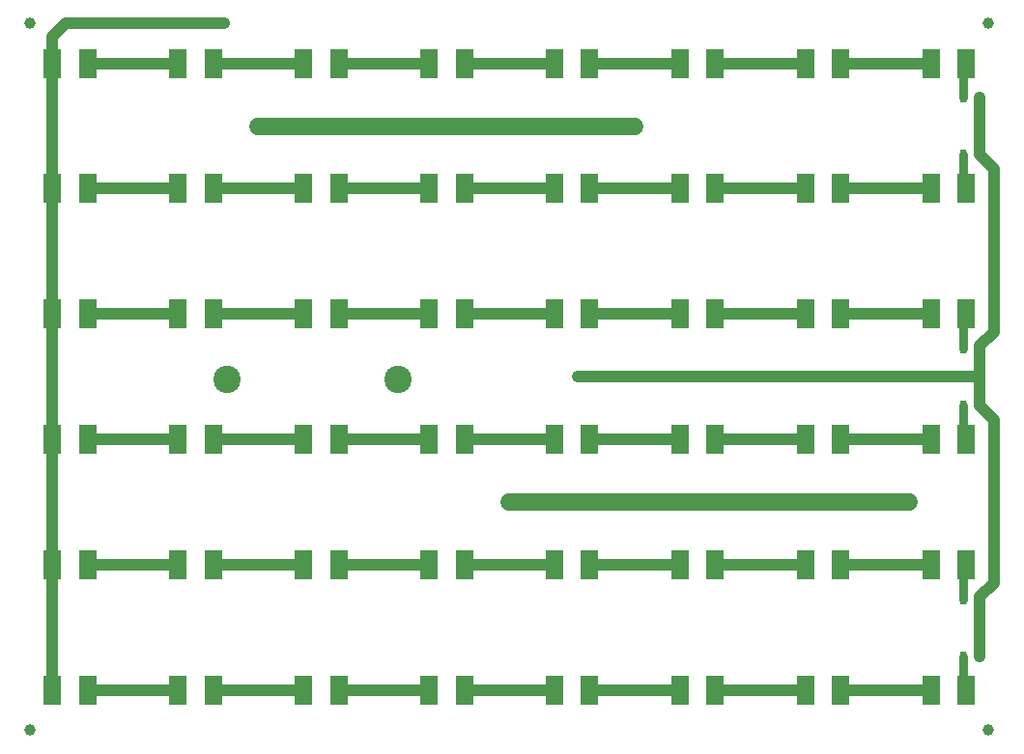
<source format=gbl>
G04 #@! TF.FileFunction,Copper,L2,Bot,Signal*
%FSLAX46Y46*%
G04 Gerber Fmt 4.6, Leading zero omitted, Abs format (unit mm)*
G04 Created by KiCad (PCBNEW 4.0.1-stable) date 11.9.2016. 21:40:19*
%MOMM*%
G01*
G04 APERTURE LIST*
%ADD10C,0.100000*%
%ADD11R,1.500000X2.600000*%
%ADD12C,2.400000*%
%ADD13R,0.500000X0.900000*%
%ADD14C,1.000000*%
%ADD15C,0.600000*%
%ADD16C,1.500000*%
%ADD17C,1.000000*%
%ADD18C,0.800000*%
G04 APERTURE END LIST*
D10*
D11*
X184050000Y-92500000D03*
X180950000Y-92500000D03*
X184050000Y-114500000D03*
X180950000Y-114500000D03*
X173050000Y-114500000D03*
X169950000Y-114500000D03*
X162050000Y-114500000D03*
X158950000Y-114500000D03*
X151050000Y-114500000D03*
X147950000Y-114500000D03*
X140050000Y-114500000D03*
X136950000Y-114500000D03*
X129050000Y-114500000D03*
X125950000Y-114500000D03*
X118050000Y-114500000D03*
X114950000Y-114500000D03*
X107050000Y-114500000D03*
X103950000Y-114500000D03*
X184050000Y-103500000D03*
X180950000Y-103500000D03*
X173050000Y-103500000D03*
X169950000Y-103500000D03*
X162050000Y-103500000D03*
X158950000Y-103500000D03*
X151050000Y-103500000D03*
X147950000Y-103500000D03*
X140050000Y-103500000D03*
X136950000Y-103500000D03*
X129050000Y-103500000D03*
X125950000Y-103500000D03*
X118050000Y-103500000D03*
X114950000Y-103500000D03*
X107050000Y-103500000D03*
X103950000Y-103500000D03*
X173050000Y-92500000D03*
X169950000Y-92500000D03*
X162050000Y-92500000D03*
X158950000Y-92500000D03*
X151050000Y-92500000D03*
X147950000Y-92500000D03*
X140050000Y-92500000D03*
X136950000Y-92500000D03*
X129050000Y-92500000D03*
X125950000Y-92500000D03*
X118050000Y-92500000D03*
X114950000Y-92500000D03*
X107050000Y-92500000D03*
X103950000Y-92500000D03*
X184050000Y-81500000D03*
X180950000Y-81500000D03*
X173050000Y-81500000D03*
X169950000Y-81500000D03*
X162050000Y-81500000D03*
X158950000Y-81500000D03*
X151050000Y-81500000D03*
X147950000Y-81500000D03*
X140050000Y-81500000D03*
X136950000Y-81500000D03*
X129050000Y-81500000D03*
X125950000Y-81500000D03*
X118050000Y-81500000D03*
X114950000Y-81500000D03*
X107050000Y-81500000D03*
X103950000Y-81500000D03*
X184050000Y-70500000D03*
X180950000Y-70500000D03*
X173050000Y-70500000D03*
X169950000Y-70500000D03*
X162050000Y-70500000D03*
X158950000Y-70500000D03*
X151050000Y-70500000D03*
X147950000Y-70500000D03*
X140050000Y-70500000D03*
X136950000Y-70500000D03*
X129050000Y-70500000D03*
X125950000Y-70500000D03*
X118050000Y-70500000D03*
X114950000Y-70500000D03*
X107050000Y-70500000D03*
X103950000Y-70500000D03*
X184050000Y-59500000D03*
X180950000Y-59500000D03*
X173050000Y-59500000D03*
X169950000Y-59500000D03*
X162050000Y-59500000D03*
X158950000Y-59500000D03*
X151050000Y-59500000D03*
X147950000Y-59500000D03*
X140050000Y-59500000D03*
X136950000Y-59500000D03*
X129050000Y-59500000D03*
X125950000Y-59500000D03*
X118050000Y-59500000D03*
X114950000Y-59500000D03*
D12*
X119250000Y-87250000D03*
X134250000Y-87250000D03*
D11*
X107050000Y-59500000D03*
X103950000Y-59500000D03*
D13*
X183750000Y-67500000D03*
X185250000Y-67500000D03*
X183750000Y-62500000D03*
X185250000Y-62500000D03*
X183750000Y-84500000D03*
X185250000Y-84500000D03*
X183750000Y-89500000D03*
X185250000Y-89500000D03*
X183750000Y-106500000D03*
X185250000Y-106500000D03*
X183750000Y-111500000D03*
X185250000Y-111500000D03*
D14*
X186000000Y-118000000D03*
X102000000Y-56000000D03*
X102000000Y-118000000D03*
X186000000Y-56000000D03*
X179000000Y-98000000D03*
X144000000Y-98000000D03*
D15*
X119000000Y-56000000D03*
X150000000Y-87000000D03*
D14*
X155000000Y-65000000D03*
X122000000Y-65000000D03*
D16*
X159000000Y-98000000D02*
X179000000Y-98000000D01*
X144000000Y-98000000D02*
X159000000Y-98000000D01*
D17*
X103950000Y-103500000D02*
X103950000Y-114500000D01*
X103950000Y-92500000D02*
X103950000Y-103500000D01*
X103950000Y-81500000D02*
X103950000Y-92500000D01*
X103950000Y-70500000D02*
X103950000Y-81500000D01*
X103950000Y-59500000D02*
X103950000Y-61800000D01*
X103950000Y-61800000D02*
X103950000Y-70500000D01*
X119000000Y-56000000D02*
X105150000Y-56000000D01*
X105150000Y-56000000D02*
X103950000Y-57200000D01*
X103950000Y-57200000D02*
X103950000Y-59500000D01*
X185250000Y-84500000D02*
X185250000Y-87000000D01*
X185250000Y-87000000D02*
X185250000Y-89500000D01*
X150000000Y-87000000D02*
X185250000Y-87000000D01*
X185250000Y-106500000D02*
X185250000Y-111500000D01*
X185250000Y-89500000D02*
X186500000Y-90750000D01*
X186500000Y-90750000D02*
X186500000Y-105050000D01*
X186500000Y-105050000D02*
X185250000Y-106300000D01*
X185250000Y-106300000D02*
X185250000Y-106500000D01*
X185250000Y-67500000D02*
X186500000Y-68750000D01*
X186500000Y-68750000D02*
X186500000Y-83050000D01*
X186500000Y-83050000D02*
X185250000Y-84300000D01*
X185250000Y-84300000D02*
X185250000Y-84500000D01*
X185250000Y-62500000D02*
X185250000Y-67500000D01*
X107050000Y-59500000D02*
X114950000Y-59500000D01*
X118050000Y-59500000D02*
X125950000Y-59500000D01*
X129050000Y-59500000D02*
X136950000Y-59500000D01*
X140050000Y-59500000D02*
X147950000Y-59500000D01*
X151050000Y-59500000D02*
X158950000Y-59500000D01*
X162050000Y-59500000D02*
X169950000Y-59500000D01*
X173050000Y-59500000D02*
X180950000Y-59500000D01*
D18*
X184050000Y-59500000D02*
X183750000Y-59800000D01*
X183750000Y-59800000D02*
X183750000Y-62500000D01*
D17*
X107050000Y-70500000D02*
X114950000Y-70500000D01*
X118050000Y-70500000D02*
X125950000Y-70500000D01*
X129050000Y-70500000D02*
X136950000Y-70500000D01*
X140050000Y-70500000D02*
X147950000Y-70500000D01*
X151050000Y-70500000D02*
X158950000Y-70500000D01*
X162050000Y-70500000D02*
X169950000Y-70500000D01*
X173050000Y-70500000D02*
X180950000Y-70500000D01*
D18*
X184050000Y-70500000D02*
X183750000Y-70200000D01*
X183750000Y-70200000D02*
X183750000Y-67500000D01*
D17*
X107050000Y-81500000D02*
X114950000Y-81500000D01*
X118050000Y-81500000D02*
X125950000Y-81500000D01*
X129050000Y-81500000D02*
X136950000Y-81500000D01*
X140050000Y-81500000D02*
X147950000Y-81500000D01*
X151050000Y-81500000D02*
X158950000Y-81500000D01*
X162050000Y-81500000D02*
X169950000Y-81500000D01*
X173050000Y-81500000D02*
X180950000Y-81500000D01*
D18*
X183750000Y-84500000D02*
X183750000Y-81800000D01*
X183750000Y-81800000D02*
X184050000Y-81500000D01*
D17*
X107050000Y-92500000D02*
X114950000Y-92500000D01*
X118050000Y-92500000D02*
X125950000Y-92500000D01*
X129050000Y-92500000D02*
X136950000Y-92500000D01*
X140050000Y-92500000D02*
X147950000Y-92500000D01*
X151050000Y-92500000D02*
X158950000Y-92500000D01*
X162050000Y-92500000D02*
X169950000Y-92500000D01*
X173050000Y-92500000D02*
X180950000Y-92500000D01*
D18*
X183750000Y-89500000D02*
X183750000Y-92200000D01*
X183750000Y-92200000D02*
X184050000Y-92500000D01*
D17*
X107050000Y-103500000D02*
X114950000Y-103500000D01*
X118050000Y-103500000D02*
X125950000Y-103500000D01*
X129050000Y-103500000D02*
X136950000Y-103500000D01*
X140050000Y-103500000D02*
X147950000Y-103500000D01*
X151050000Y-103500000D02*
X158950000Y-103500000D01*
X162050000Y-103500000D02*
X169950000Y-103500000D01*
X173050000Y-103500000D02*
X180950000Y-103500000D01*
D18*
X184050000Y-103500000D02*
X183750000Y-103800000D01*
X183750000Y-103800000D02*
X183750000Y-106500000D01*
D17*
X107050000Y-114500000D02*
X114950000Y-114500000D01*
X118050000Y-114500000D02*
X125950000Y-114500000D01*
X129050000Y-114500000D02*
X136950000Y-114500000D01*
X140050000Y-114500000D02*
X147950000Y-114500000D01*
X151050000Y-114500000D02*
X158950000Y-114500000D01*
X162050000Y-114500000D02*
X169950000Y-114500000D01*
X173050000Y-114500000D02*
X180950000Y-114500000D01*
D18*
X183750000Y-111500000D02*
X183750000Y-114200000D01*
X183750000Y-114200000D02*
X184050000Y-114500000D01*
D16*
X122000000Y-65000000D02*
X155000000Y-65000000D01*
M02*

</source>
